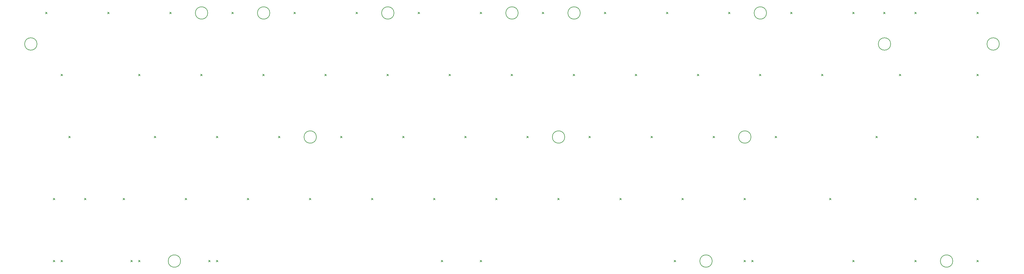
<source format=gbr>
%TF.GenerationSoftware,KiCad,Pcbnew,8.0.6*%
%TF.CreationDate,2024-11-20T11:04:22+07:00*%
%TF.ProjectId,Heart HE 65,48656172-7420-4484-9520-36352e6b6963,rev?*%
%TF.SameCoordinates,Original*%
%TF.FileFunction,Other,Comment*%
%FSLAX46Y46*%
G04 Gerber Fmt 4.6, Leading zero omitted, Abs format (unit mm)*
G04 Created by KiCad (PCBNEW 8.0.6) date 2024-11-20 11:04:22*
%MOMM*%
%LPD*%
G01*
G04 APERTURE LIST*
%ADD10C,0.150000*%
G04 APERTURE END LIST*
D10*
%TO.C,H11*%
X220975000Y0D02*
G75*
G02*
X217175000Y0I-1900000J0D01*
G01*
X217175000Y0D02*
G75*
G02*
X220975000Y0I1900000J0D01*
G01*
%TO.C,H13*%
X216212500Y-38100000D02*
G75*
G02*
X212412500Y-38100000I-1900000J0D01*
G01*
X212412500Y-38100000D02*
G75*
G02*
X216212500Y-38100000I1900000J0D01*
G01*
%TO.C,H16*%
X292412500Y-9525000D02*
G75*
G02*
X288612500Y-9525000I-1900000J0D01*
G01*
X288612500Y-9525000D02*
G75*
G02*
X292412500Y-9525000I1900000J0D01*
G01*
%TO.C,H14*%
X41190625Y-76200000D02*
G75*
G02*
X37390625Y-76200000I-1900000J0D01*
G01*
X37390625Y-76200000D02*
G75*
G02*
X41190625Y-76200000I1900000J0D01*
G01*
%TO.C,H10*%
X163825000Y0D02*
G75*
G02*
X160025000Y0I-1900000J0D01*
G01*
X160025000Y0D02*
G75*
G02*
X163825000Y0I1900000J0D01*
G01*
%TO.C,H4*%
X82862500Y-38100000D02*
G75*
G02*
X79062500Y-38100000I-1900000J0D01*
G01*
X79062500Y-38100000D02*
G75*
G02*
X82862500Y-38100000I1900000J0D01*
G01*
%TO.C,H18*%
X259075000Y-9525000D02*
G75*
G02*
X255275000Y-9525000I-1900000J0D01*
G01*
X255275000Y-9525000D02*
G75*
G02*
X259075000Y-9525000I1900000J0D01*
G01*
%TO.C,H12*%
X-2862500Y-9525000D02*
G75*
G02*
X-6662500Y-9525000I-1900000J0D01*
G01*
X-6662500Y-9525000D02*
G75*
G02*
X-2862500Y-9525000I1900000J0D01*
G01*
%TO.C,H8*%
X144775000Y0D02*
G75*
G02*
X140975000Y0I-1900000J0D01*
G01*
X140975000Y0D02*
G75*
G02*
X144775000Y0I1900000J0D01*
G01*
%TO.C,H17*%
X278125000Y-76200000D02*
G75*
G02*
X274325000Y-76200000I-1900000J0D01*
G01*
X274325000Y-76200000D02*
G75*
G02*
X278125000Y-76200000I1900000J0D01*
G01*
%TO.C,H9*%
X106675000Y0D02*
G75*
G02*
X102875000Y0I-1900000J0D01*
G01*
X102875000Y0D02*
G75*
G02*
X106675000Y0I1900000J0D01*
G01*
%TO.C,H15*%
X204306250Y-76200000D02*
G75*
G02*
X200506250Y-76200000I-1900000J0D01*
G01*
X200506250Y-76200000D02*
G75*
G02*
X204306250Y-76200000I1900000J0D01*
G01*
%TO.C,H5*%
X68575000Y0D02*
G75*
G02*
X64775000Y0I-1900000J0D01*
G01*
X64775000Y0D02*
G75*
G02*
X68575000Y0I1900000J0D01*
G01*
%TO.C,H3*%
X49525000Y0D02*
G75*
G02*
X45725000Y0I-1900000J0D01*
G01*
X45725000Y0D02*
G75*
G02*
X49525000Y0I1900000J0D01*
G01*
%TO.C,H7*%
X159062500Y-38100000D02*
G75*
G02*
X155262500Y-38100000I-1900000J0D01*
G01*
X155262500Y-38100000D02*
G75*
G02*
X159062500Y-38100000I1900000J0D01*
G01*
%TO.C,U25*%
X43116500Y-56896000D02*
X42608500Y-57404000D01*
X43116500Y-57404000D02*
X42608500Y-56896000D01*
%TO.C,U23*%
X47879000Y-18796000D02*
X47371000Y-19304000D01*
X47879000Y-19304000D02*
X47371000Y-18796000D01*
%TO.C,U30*%
X71691500Y-37846000D02*
X71183500Y-38354000D01*
X71691500Y-38354000D02*
X71183500Y-37846000D01*
%TO.C,U66*%
X185991500Y-37846000D02*
X185483500Y-38354000D01*
X185991500Y-38354000D02*
X185483500Y-37846000D01*
%TO.C,U75*%
X2127250Y-56896000D02*
X2635250Y-57404000D01*
X2127250Y-57404000D02*
X2635250Y-56896000D01*
%TO.C,U72*%
X205041500Y-37846000D02*
X204533500Y-38354000D01*
X205041500Y-38354000D02*
X204533500Y-37846000D01*
%TO.C,U79*%
X214566500Y-56896000D02*
X214058500Y-57404000D01*
X214566500Y-57404000D02*
X214058500Y-56896000D01*
%TO.C,U55*%
X138366500Y-56896000D02*
X137858500Y-57404000D01*
X138366500Y-57404000D02*
X137858500Y-56896000D01*
%TO.C,U82*%
X228854000Y254000D02*
X228346000Y-254000D01*
X228854000Y-254000D02*
X228346000Y254000D01*
%TO.C,U77*%
X219329000Y-18796000D02*
X218821000Y-19304000D01*
X219329000Y-19304000D02*
X218821000Y-18796000D01*
%TO.C,U58*%
X152654000Y254000D02*
X152146000Y-254000D01*
X152654000Y-254000D02*
X152146000Y254000D01*
%TO.C,U31*%
X62166500Y-56896000D02*
X61658500Y-57404000D01*
X62166500Y-57404000D02*
X61658500Y-56896000D01*
%TO.C,U89*%
X261683500Y-18796000D02*
X262191500Y-19304000D01*
X261683500Y-19304000D02*
X262191500Y-18796000D01*
%TO.C,U92*%
X247904000Y-75946000D02*
X247396000Y-76454000D01*
X247904000Y-76454000D02*
X247396000Y-75946000D01*
%TO.C,U37*%
X81216500Y-56896000D02*
X80708500Y-57404000D01*
X81216500Y-57404000D02*
X80708500Y-56896000D01*
%TO.C,U18*%
X33591500Y-37846000D02*
X33083500Y-38354000D01*
X33591500Y-38354000D02*
X33083500Y-37846000D01*
%TO.C,U65*%
X181229000Y-18796000D02*
X180721000Y-19304000D01*
X181229000Y-19304000D02*
X180721000Y-18796000D01*
%TO.C,U10*%
X254000Y254000D02*
X-254000Y-254000D01*
X254000Y-254000D02*
X-254000Y254000D01*
%TO.C,U26*%
X49752250Y-75946000D02*
X50260250Y-76454000D01*
X50260250Y-75946000D02*
X49752250Y-76454000D01*
%TO.C,U12*%
X6889750Y-37846000D02*
X7397750Y-38354000D01*
X6889750Y-38354000D02*
X7397750Y-37846000D01*
%TO.C,U83*%
X238379000Y-18796000D02*
X237871000Y-19304000D01*
X238379000Y-19304000D02*
X237871000Y-18796000D01*
%TO.C,U101*%
X286004000Y-18796000D02*
X285496000Y-19304000D01*
X286004000Y-19304000D02*
X285496000Y-18796000D01*
%TO.C,U33*%
X11652250Y-56896000D02*
X12160250Y-57404000D01*
X11652250Y-57404000D02*
X12160250Y-56896000D01*
%TO.C,U104*%
X286004000Y-75946000D02*
X285496000Y-76454000D01*
X286004000Y-76454000D02*
X285496000Y-75946000D01*
%TO.C,U17*%
X28829000Y-18796000D02*
X28321000Y-19304000D01*
X28829000Y-19304000D02*
X28321000Y-18796000D01*
%TO.C,U102*%
X286004000Y-37846000D02*
X285496000Y-38354000D01*
X286004000Y-38354000D02*
X285496000Y-37846000D01*
%TO.C,U3*%
X256921000Y254000D02*
X257429000Y-254000D01*
X256921000Y-254000D02*
X257429000Y254000D01*
%TO.C,U34*%
X76454000Y254000D02*
X75946000Y-254000D01*
X76454000Y-254000D02*
X75946000Y254000D01*
%TO.C,U35*%
X85979000Y-18796000D02*
X85471000Y-19304000D01*
X85979000Y-19304000D02*
X85471000Y-18796000D01*
%TO.C,U6*%
X52133500Y-75946000D02*
X52641500Y-76454000D01*
X52641500Y-75946000D02*
X52133500Y-76454000D01*
%TO.C,U36*%
X90741500Y-37846000D02*
X90233500Y-38354000D01*
X90741500Y-38354000D02*
X90233500Y-37846000D01*
%TO.C,U70*%
X190754000Y254000D02*
X190246000Y-254000D01*
X190754000Y-254000D02*
X190246000Y254000D01*
%TO.C,U8*%
X214058500Y-75946000D02*
X214566500Y-76454000D01*
X214566500Y-75946000D02*
X214058500Y-76454000D01*
%TO.C,U43*%
X100266500Y-56896000D02*
X99758500Y-57404000D01*
X100266500Y-57404000D02*
X99758500Y-56896000D01*
%TO.C,U15*%
X192627250Y-75946000D02*
X193135250Y-76454000D01*
X192627250Y-76454000D02*
X193135250Y-75946000D01*
%TO.C,U103*%
X286004000Y-56896000D02*
X285496000Y-57404000D01*
X286004000Y-57404000D02*
X285496000Y-56896000D01*
%TO.C,U52*%
X133604000Y254000D02*
X133096000Y-254000D01*
X133604000Y-254000D02*
X133096000Y254000D01*
%TO.C,U97*%
X266954000Y-56896000D02*
X266446000Y-57404000D01*
X266954000Y-57404000D02*
X266446000Y-56896000D01*
%TO.C,U22*%
X38354000Y254000D02*
X37846000Y-254000D01*
X38354000Y-254000D02*
X37846000Y254000D01*
%TO.C,U5*%
X28321000Y-75946000D02*
X28829000Y-76454000D01*
X28829000Y-75946000D02*
X28321000Y-76454000D01*
%TO.C,U67*%
X176466500Y-56896000D02*
X175958500Y-57404000D01*
X176466500Y-57404000D02*
X175958500Y-56896000D01*
%TO.C,U54*%
X147891500Y-37846000D02*
X147383500Y-38354000D01*
X147891500Y-38354000D02*
X147383500Y-37846000D01*
%TO.C,U53*%
X143129000Y-18796000D02*
X142621000Y-19304000D01*
X143129000Y-19304000D02*
X142621000Y-18796000D01*
%TO.C,U29*%
X66929000Y-18796000D02*
X66421000Y-19304000D01*
X66929000Y-19304000D02*
X66421000Y-18796000D01*
%TO.C,U14*%
X2127250Y-75946000D02*
X2635250Y-76454000D01*
X2635250Y-75946000D02*
X2127250Y-76454000D01*
%TO.C,U40*%
X95504000Y254000D02*
X94996000Y-254000D01*
X95504000Y-254000D02*
X94996000Y254000D01*
%TO.C,U47*%
X124079000Y-18796000D02*
X123571000Y-19304000D01*
X124079000Y-19304000D02*
X123571000Y-18796000D01*
%TO.C,U71*%
X200279000Y-18796000D02*
X199771000Y-19304000D01*
X200279000Y-19304000D02*
X199771000Y-18796000D01*
%TO.C,U80*%
X24066500Y-56896000D02*
X23558500Y-57404000D01*
X24066500Y-57404000D02*
X23558500Y-56896000D01*
%TO.C,U100*%
X286004000Y254000D02*
X285496000Y-254000D01*
X286004000Y-254000D02*
X285496000Y254000D01*
%TO.C,U28*%
X57404000Y254000D02*
X56896000Y-254000D01*
X57404000Y-254000D02*
X56896000Y254000D01*
%TO.C,U94*%
X266954000Y254000D02*
X266446000Y-254000D01*
X266954000Y-254000D02*
X266446000Y254000D01*
%TO.C,U42*%
X109791500Y-37846000D02*
X109283500Y-38354000D01*
X109791500Y-38354000D02*
X109283500Y-37846000D01*
%TO.C,U4*%
X4508500Y-75946000D02*
X5016500Y-76454000D01*
X5016500Y-75946000D02*
X4508500Y-76454000D01*
%TO.C,U91*%
X240252250Y-56896000D02*
X240760250Y-57404000D01*
X240252250Y-57404000D02*
X240760250Y-56896000D01*
%TO.C,U11*%
X4508500Y-18796000D02*
X5016500Y-19304000D01*
X4508500Y-19304000D02*
X5016500Y-18796000D01*
%TO.C,U73*%
X195516500Y-56896000D02*
X195008500Y-57404000D01*
X195516500Y-57404000D02*
X195008500Y-56896000D01*
%TO.C,U84*%
X255047750Y-37846000D02*
X254539750Y-38354000D01*
X255047750Y-38354000D02*
X254539750Y-37846000D01*
%TO.C,U41*%
X105029000Y-18796000D02*
X104521000Y-19304000D01*
X105029000Y-19304000D02*
X104521000Y-18796000D01*
%TO.C,U48*%
X128841500Y-37846000D02*
X128333500Y-38354000D01*
X128841500Y-38354000D02*
X128333500Y-37846000D01*
%TO.C,U60*%
X166941500Y-37846000D02*
X166433500Y-38354000D01*
X166941500Y-38354000D02*
X166433500Y-37846000D01*
%TO.C,U64*%
X171704000Y254000D02*
X171196000Y-254000D01*
X171704000Y-254000D02*
X171196000Y254000D01*
%TO.C,U7*%
X133096000Y-75946000D02*
X133604000Y-76454000D01*
X133096000Y-76454000D02*
X133604000Y-75946000D01*
%TO.C,U59*%
X162179000Y-18796000D02*
X161671000Y-19304000D01*
X162179000Y-19304000D02*
X161671000Y-18796000D01*
%TO.C,U78*%
X224091500Y-37846000D02*
X223583500Y-38354000D01*
X224091500Y-38354000D02*
X223583500Y-37846000D01*
%TO.C,U16*%
X19304000Y254000D02*
X18796000Y-254000D01*
X19304000Y-254000D02*
X18796000Y254000D01*
%TO.C,U88*%
X247904000Y254000D02*
X247396000Y-254000D01*
X247904000Y-254000D02*
X247396000Y254000D01*
%TO.C,U49*%
X119316500Y-56896000D02*
X118808500Y-57404000D01*
X119316500Y-57404000D02*
X118808500Y-56896000D01*
%TO.C,U20*%
X25939750Y-75946000D02*
X26447750Y-76454000D01*
X26447750Y-75946000D02*
X25939750Y-76454000D01*
%TO.C,U61*%
X157416500Y-56896000D02*
X156908500Y-57404000D01*
X157416500Y-57404000D02*
X156908500Y-56896000D01*
%TO.C,U44*%
X121189750Y-75946000D02*
X121697750Y-76454000D01*
X121189750Y-76454000D02*
X121697750Y-75946000D01*
%TO.C,U46*%
X114554000Y254000D02*
X114046000Y-254000D01*
X114554000Y-254000D02*
X114046000Y254000D01*
%TO.C,U76*%
X209804000Y254000D02*
X209296000Y-254000D01*
X209804000Y-254000D02*
X209296000Y254000D01*
%TO.C,U98*%
X266954000Y-75946000D02*
X266446000Y-76454000D01*
X266954000Y-76454000D02*
X266446000Y-75946000D01*
%TO.C,U21*%
X216439750Y-75946000D02*
X216947750Y-76454000D01*
X216947750Y-75946000D02*
X216439750Y-76454000D01*
%TO.C,U24*%
X52641500Y-37846000D02*
X52133500Y-38354000D01*
X52641500Y-38354000D02*
X52133500Y-37846000D01*
%TD*%
M02*

</source>
